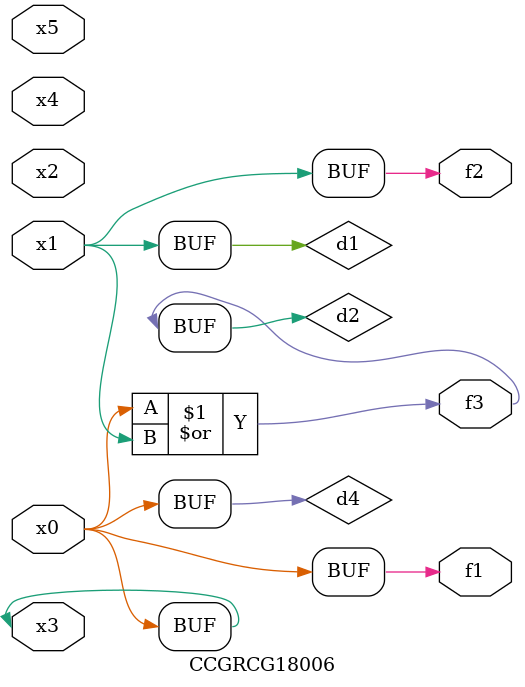
<source format=v>
module CCGRCG18006(
	input x0, x1, x2, x3, x4, x5,
	output f1, f2, f3
);

	wire d1, d2, d3, d4;

	and (d1, x1);
	or (d2, x0, x1);
	nand (d3, x0, x5);
	buf (d4, x0, x3);
	assign f1 = d4;
	assign f2 = d1;
	assign f3 = d2;
endmodule

</source>
